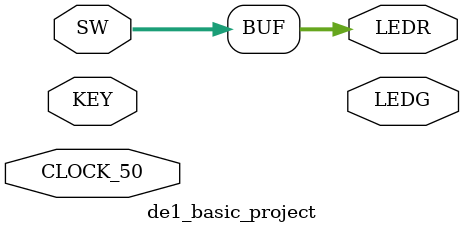
<source format=v>
module de1_basic_project(CLOCK_50,LEDR, LEDG, SW, KEY);
    input CLOCK_50;
    input [3:0] KEY;
    input [9:0] SW;
    output [9:0] LEDR;
    output [7:0] LEDG;


    assign LEDR = SW;



endmodule
</source>
